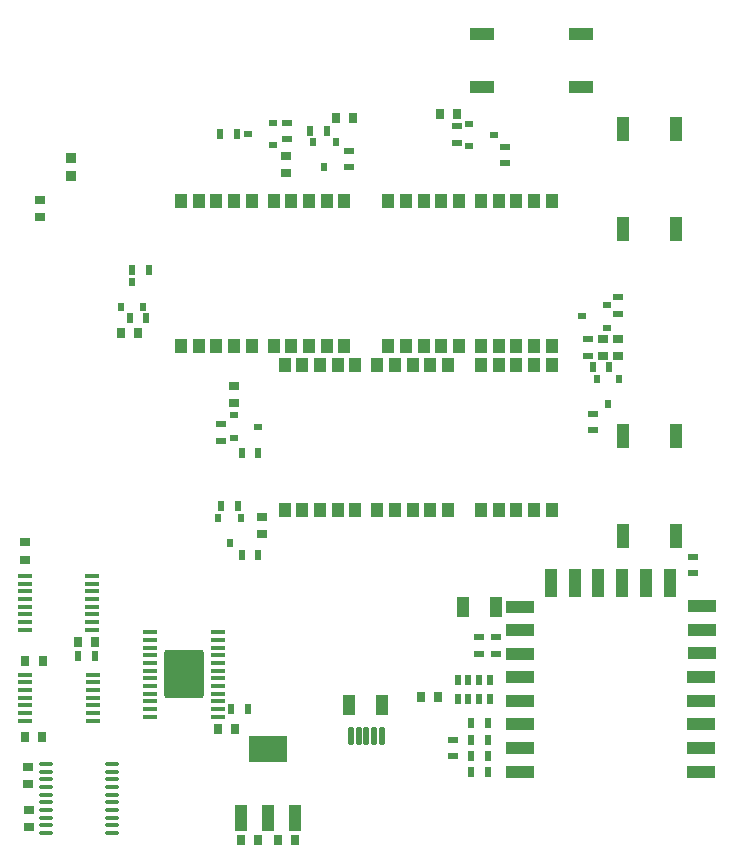
<source format=gbr>
%TF.GenerationSoftware,Altium Limited,Altium Designer,20.1.8 (145)*%
G04 Layer_Color=128*
%FSLAX44Y44*%
%MOMM*%
%TF.SameCoordinates,602AE14E-E67F-4A72-A58A-C630FF545DDC*%
%TF.FilePolarity,Positive*%
%TF.FileFunction,Paste,Bot*%
%TF.Part,Single*%
G01*
G75*
%TA.AperFunction,SMDPad,CuDef*%
G04:AMPARAMS|DCode=62|XSize=1.1mm|YSize=2.3mm|CornerRadius=0.0055mm|HoleSize=0mm|Usage=FLASHONLY|Rotation=270.000|XOffset=0mm|YOffset=0mm|HoleType=Round|Shape=RoundedRectangle|*
%AMROUNDEDRECTD62*
21,1,1.1000,2.2890,0,0,270.0*
21,1,1.0890,2.3000,0,0,270.0*
1,1,0.0110,-1.1445,-0.5445*
1,1,0.0110,-1.1445,0.5445*
1,1,0.0110,1.1445,0.5445*
1,1,0.0110,1.1445,-0.5445*
%
%ADD62ROUNDEDRECTD62*%
G04:AMPARAMS|DCode=63|XSize=1.1mm|YSize=2.3mm|CornerRadius=0.0055mm|HoleSize=0mm|Usage=FLASHONLY|Rotation=180.000|XOffset=0mm|YOffset=0mm|HoleType=Round|Shape=RoundedRectangle|*
%AMROUNDEDRECTD63*
21,1,1.1000,2.2890,0,0,180.0*
21,1,1.0890,2.3000,0,0,180.0*
1,1,0.0110,-0.5445,1.1445*
1,1,0.0110,0.5445,1.1445*
1,1,0.0110,0.5445,-1.1445*
1,1,0.0110,-0.5445,-1.1445*
%
%ADD63ROUNDEDRECTD63*%
G04:AMPARAMS|DCode=64|XSize=2.1mm|YSize=1mm|CornerRadius=0.05mm|HoleSize=0mm|Usage=FLASHONLY|Rotation=180.000|XOffset=0mm|YOffset=0mm|HoleType=Round|Shape=RoundedRectangle|*
%AMROUNDEDRECTD64*
21,1,2.1000,0.9000,0,0,180.0*
21,1,2.0000,1.0000,0,0,180.0*
1,1,0.1000,-1.0000,0.4500*
1,1,0.1000,1.0000,0.4500*
1,1,0.1000,1.0000,-0.4500*
1,1,0.1000,-1.0000,-0.4500*
%
%ADD64ROUNDEDRECTD64*%
G04:AMPARAMS|DCode=65|XSize=0.85mm|YSize=0.5mm|CornerRadius=0.0025mm|HoleSize=0mm|Usage=FLASHONLY|Rotation=0.000|XOffset=0mm|YOffset=0mm|HoleType=Round|Shape=RoundedRectangle|*
%AMROUNDEDRECTD65*
21,1,0.8500,0.4950,0,0,0.0*
21,1,0.8450,0.5000,0,0,0.0*
1,1,0.0050,0.4225,-0.2475*
1,1,0.0050,-0.4225,-0.2475*
1,1,0.0050,-0.4225,0.2475*
1,1,0.0050,0.4225,0.2475*
%
%ADD65ROUNDEDRECTD65*%
G04:AMPARAMS|DCode=66|XSize=0.5mm|YSize=0.8mm|CornerRadius=0.0025mm|HoleSize=0mm|Usage=FLASHONLY|Rotation=180.000|XOffset=0mm|YOffset=0mm|HoleType=Round|Shape=RoundedRectangle|*
%AMROUNDEDRECTD66*
21,1,0.5000,0.7950,0,0,180.0*
21,1,0.4950,0.8000,0,0,180.0*
1,1,0.0050,-0.2475,0.3975*
1,1,0.0050,0.2475,0.3975*
1,1,0.0050,0.2475,-0.3975*
1,1,0.0050,-0.2475,-0.3975*
%
%ADD66ROUNDEDRECTD66*%
G04:AMPARAMS|DCode=67|XSize=0.85mm|YSize=0.6mm|CornerRadius=0.003mm|HoleSize=0mm|Usage=FLASHONLY|Rotation=270.000|XOffset=0mm|YOffset=0mm|HoleType=Round|Shape=RoundedRectangle|*
%AMROUNDEDRECTD67*
21,1,0.8500,0.5940,0,0,270.0*
21,1,0.8440,0.6000,0,0,270.0*
1,1,0.0060,-0.2970,-0.4220*
1,1,0.0060,-0.2970,0.4220*
1,1,0.0060,0.2970,0.4220*
1,1,0.0060,0.2970,-0.4220*
%
%ADD67ROUNDEDRECTD67*%
G04:AMPARAMS|DCode=68|XSize=1mm|YSize=1.25mm|CornerRadius=0.005mm|HoleSize=0mm|Usage=FLASHONLY|Rotation=180.000|XOffset=0mm|YOffset=0mm|HoleType=Round|Shape=RoundedRectangle|*
%AMROUNDEDRECTD68*
21,1,1.0000,1.2400,0,0,180.0*
21,1,0.9900,1.2500,0,0,180.0*
1,1,0.0100,-0.4950,0.6200*
1,1,0.0100,0.4950,0.6200*
1,1,0.0100,0.4950,-0.6200*
1,1,0.0100,-0.4950,-0.6200*
%
%ADD68ROUNDEDRECTD68*%
G04:AMPARAMS|DCode=69|XSize=0.85mm|YSize=0.6mm|CornerRadius=0.003mm|HoleSize=0mm|Usage=FLASHONLY|Rotation=180.000|XOffset=0mm|YOffset=0mm|HoleType=Round|Shape=RoundedRectangle|*
%AMROUNDEDRECTD69*
21,1,0.8500,0.5940,0,0,180.0*
21,1,0.8440,0.6000,0,0,180.0*
1,1,0.0060,-0.4220,0.2970*
1,1,0.0060,0.4220,0.2970*
1,1,0.0060,0.4220,-0.2970*
1,1,0.0060,-0.4220,-0.2970*
%
%ADD69ROUNDEDRECTD69*%
G04:AMPARAMS|DCode=70|XSize=2.1mm|YSize=1mm|CornerRadius=0.05mm|HoleSize=0mm|Usage=FLASHONLY|Rotation=270.000|XOffset=0mm|YOffset=0mm|HoleType=Round|Shape=RoundedRectangle|*
%AMROUNDEDRECTD70*
21,1,2.1000,0.9000,0,0,270.0*
21,1,2.0000,1.0000,0,0,270.0*
1,1,0.1000,-0.4500,-1.0000*
1,1,0.1000,-0.4500,1.0000*
1,1,0.1000,0.4500,1.0000*
1,1,0.1000,0.4500,-1.0000*
%
%ADD70ROUNDEDRECTD70*%
G04:AMPARAMS|DCode=71|XSize=0.85mm|YSize=0.5mm|CornerRadius=0.0025mm|HoleSize=0mm|Usage=FLASHONLY|Rotation=270.000|XOffset=0mm|YOffset=0mm|HoleType=Round|Shape=RoundedRectangle|*
%AMROUNDEDRECTD71*
21,1,0.8500,0.4950,0,0,270.0*
21,1,0.8450,0.5000,0,0,270.0*
1,1,0.0050,-0.2475,-0.4225*
1,1,0.0050,-0.2475,0.4225*
1,1,0.0050,0.2475,0.4225*
1,1,0.0050,0.2475,-0.4225*
%
%ADD71ROUNDEDRECTD71*%
G04:AMPARAMS|DCode=72|XSize=0.8mm|YSize=0.8mm|CornerRadius=0.004mm|HoleSize=0mm|Usage=FLASHONLY|Rotation=270.000|XOffset=0mm|YOffset=0mm|HoleType=Round|Shape=RoundedRectangle|*
%AMROUNDEDRECTD72*
21,1,0.8000,0.7920,0,0,270.0*
21,1,0.7920,0.8000,0,0,270.0*
1,1,0.0080,-0.3960,-0.3960*
1,1,0.0080,-0.3960,0.3960*
1,1,0.0080,0.3960,0.3960*
1,1,0.0080,0.3960,-0.3960*
%
%ADD72ROUNDEDRECTD72*%
G04:AMPARAMS|DCode=73|XSize=1.65mm|YSize=0.95mm|CornerRadius=0.0048mm|HoleSize=0mm|Usage=FLASHONLY|Rotation=270.000|XOffset=0mm|YOffset=0mm|HoleType=Round|Shape=RoundedRectangle|*
%AMROUNDEDRECTD73*
21,1,1.6500,0.9405,0,0,270.0*
21,1,1.6405,0.9500,0,0,270.0*
1,1,0.0095,-0.4703,-0.8203*
1,1,0.0095,-0.4703,0.8203*
1,1,0.0095,0.4703,0.8203*
1,1,0.0095,0.4703,-0.8203*
%
%ADD73ROUNDEDRECTD73*%
G04:AMPARAMS|DCode=77|XSize=0.55mm|YSize=0.7mm|CornerRadius=0.0028mm|HoleSize=0mm|Usage=FLASHONLY|Rotation=0.000|XOffset=0mm|YOffset=0mm|HoleType=Round|Shape=RoundedRectangle|*
%AMROUNDEDRECTD77*
21,1,0.5500,0.6945,0,0,0.0*
21,1,0.5445,0.7000,0,0,0.0*
1,1,0.0055,0.2723,-0.3473*
1,1,0.0055,-0.2723,-0.3473*
1,1,0.0055,-0.2723,0.3473*
1,1,0.0055,0.2723,0.3473*
%
%ADD77ROUNDEDRECTD77*%
%ADD78O,1.2000X0.4000*%
G04:AMPARAMS|DCode=79|XSize=3.355mm|YSize=4.12mm|CornerRadius=0.2852mm|HoleSize=0mm|Usage=FLASHONLY|Rotation=0.000|XOffset=0mm|YOffset=0mm|HoleType=Round|Shape=RoundedRectangle|*
%AMROUNDEDRECTD79*
21,1,3.3550,3.5497,0,0,0.0*
21,1,2.7847,4.1200,0,0,0.0*
1,1,0.5704,1.3923,-1.7748*
1,1,0.5704,-1.3923,-1.7748*
1,1,0.5704,-1.3923,1.7748*
1,1,0.5704,1.3923,1.7748*
%
%ADD79ROUNDEDRECTD79*%
%ADD80O,1.1500X0.4000*%
G04:AMPARAMS|DCode=81|XSize=1mm|YSize=2.15mm|CornerRadius=0.005mm|HoleSize=0mm|Usage=FLASHONLY|Rotation=0.000|XOffset=0mm|YOffset=0mm|HoleType=Round|Shape=RoundedRectangle|*
%AMROUNDEDRECTD81*
21,1,1.0000,2.1400,0,0,0.0*
21,1,0.9900,2.1500,0,0,0.0*
1,1,0.0100,0.4950,-1.0700*
1,1,0.0100,-0.4950,-1.0700*
1,1,0.0100,-0.4950,1.0700*
1,1,0.0100,0.4950,1.0700*
%
%ADD81ROUNDEDRECTD81*%
G04:AMPARAMS|DCode=82|XSize=3.25mm|YSize=2.15mm|CornerRadius=0.0108mm|HoleSize=0mm|Usage=FLASHONLY|Rotation=0.000|XOffset=0mm|YOffset=0mm|HoleType=Round|Shape=RoundedRectangle|*
%AMROUNDEDRECTD82*
21,1,3.2500,2.1285,0,0,0.0*
21,1,3.2285,2.1500,0,0,0.0*
1,1,0.0215,1.6143,-1.0642*
1,1,0.0215,-1.6143,-1.0642*
1,1,0.0215,-1.6143,1.0642*
1,1,0.0215,1.6143,1.0642*
%
%ADD82ROUNDEDRECTD82*%
G04:AMPARAMS|DCode=83|XSize=0.55mm|YSize=0.7mm|CornerRadius=0.0028mm|HoleSize=0mm|Usage=FLASHONLY|Rotation=270.000|XOffset=0mm|YOffset=0mm|HoleType=Round|Shape=RoundedRectangle|*
%AMROUNDEDRECTD83*
21,1,0.5500,0.6945,0,0,270.0*
21,1,0.5445,0.7000,0,0,270.0*
1,1,0.0055,-0.3473,-0.2723*
1,1,0.0055,-0.3473,0.2723*
1,1,0.0055,0.3473,0.2723*
1,1,0.0055,0.3473,-0.2723*
%
%ADD83ROUNDEDRECTD83*%
G04:AMPARAMS|DCode=84|XSize=0.45mm|YSize=1.5mm|CornerRadius=0.1125mm|HoleSize=0mm|Usage=FLASHONLY|Rotation=180.000|XOffset=0mm|YOffset=0mm|HoleType=Round|Shape=RoundedRectangle|*
%AMROUNDEDRECTD84*
21,1,0.4500,1.2750,0,0,180.0*
21,1,0.2250,1.5000,0,0,180.0*
1,1,0.2250,-0.1125,0.6375*
1,1,0.2250,0.1125,0.6375*
1,1,0.2250,0.1125,-0.6375*
1,1,0.2250,-0.1125,-0.6375*
%
%ADD84ROUNDEDRECTD84*%
D62*
X129794Y-361730D02*
D03*
Y-242096D02*
D03*
X284004Y-221776D02*
D03*
X129794Y-341918D02*
D03*
Y-321852D02*
D03*
Y-302040D02*
D03*
Y-281720D02*
D03*
Y-261908D02*
D03*
Y-222030D02*
D03*
X284004Y-241842D02*
D03*
Y-261654D02*
D03*
X283750Y-281720D02*
D03*
Y-301786D02*
D03*
Y-321598D02*
D03*
Y-341918D02*
D03*
Y-361730D02*
D03*
D63*
X156734Y-202202D02*
D03*
X176546D02*
D03*
X196358D02*
D03*
X216678D02*
D03*
X236490D02*
D03*
X256810D02*
D03*
D64*
X181994Y262458D02*
D03*
X97994D02*
D03*
X181994Y217458D02*
D03*
X97994D02*
D03*
D65*
X73152Y-334630D02*
D03*
Y-348630D02*
D03*
X95373Y-261908D02*
D03*
Y-247908D02*
D03*
X109620Y-261908D02*
D03*
Y-247908D02*
D03*
X-14224Y163837D02*
D03*
Y149837D02*
D03*
X117287Y167386D02*
D03*
Y153386D02*
D03*
X192358Y-58849D02*
D03*
Y-72849D02*
D03*
X187706Y-9682D02*
D03*
Y4318D02*
D03*
X276860Y-194000D02*
D03*
Y-180000D02*
D03*
X76854Y184415D02*
D03*
Y170415D02*
D03*
X-67462Y173673D02*
D03*
Y187673D02*
D03*
X213106Y26020D02*
D03*
Y40020D02*
D03*
X-122741Y-67889D02*
D03*
Y-81889D02*
D03*
D66*
X77373Y-300007D02*
D03*
X104373D02*
D03*
X95373D02*
D03*
X86373D02*
D03*
X77373Y-284007D02*
D03*
X104373D02*
D03*
X95373D02*
D03*
X86373D02*
D03*
D67*
X61065Y-298583D02*
D03*
X46564D02*
D03*
X62716Y195326D02*
D03*
X77216D02*
D03*
X-11461Y191262D02*
D03*
X-25961D02*
D03*
X-193137Y9652D02*
D03*
X-207637D02*
D03*
X-59971Y-419914D02*
D03*
X-74471D02*
D03*
X-111381Y-325492D02*
D03*
X-125881D02*
D03*
X-91471Y-419914D02*
D03*
X-105971D02*
D03*
X-274570Y-332578D02*
D03*
X-289070D02*
D03*
X-274062Y-267762D02*
D03*
X-288562D02*
D03*
X-244250Y-251752D02*
D03*
X-229750D02*
D03*
D68*
X-97000Y121320D02*
D03*
X-157000D02*
D03*
X-127000D02*
D03*
X-142000D02*
D03*
X-112000D02*
D03*
X-97000Y-1320D02*
D03*
X-157000D02*
D03*
X-142000D02*
D03*
X-127000D02*
D03*
X-112000D02*
D03*
X-33500D02*
D03*
X-48500D02*
D03*
X-63500D02*
D03*
X-78500D02*
D03*
X-18500D02*
D03*
X-33500Y121320D02*
D03*
X-63500D02*
D03*
X-48500D02*
D03*
X-78500D02*
D03*
X-18500D02*
D03*
X142000Y-1320D02*
D03*
X127000D02*
D03*
X112000D02*
D03*
X97000D02*
D03*
X157000D02*
D03*
X142000Y121320D02*
D03*
X112000D02*
D03*
X127000D02*
D03*
X97000D02*
D03*
X157000D02*
D03*
X63500Y-1320D02*
D03*
X48500D02*
D03*
X33500D02*
D03*
X18500D02*
D03*
X78500D02*
D03*
X63500Y121320D02*
D03*
X33500D02*
D03*
X48500D02*
D03*
X18500D02*
D03*
X78500D02*
D03*
X142000Y-140320D02*
D03*
X127000D02*
D03*
X112000D02*
D03*
X97000D02*
D03*
X157000D02*
D03*
X142000Y-17680D02*
D03*
X112000D02*
D03*
X127000D02*
D03*
X97000D02*
D03*
X157000D02*
D03*
X54250Y-140320D02*
D03*
X39250D02*
D03*
X24250D02*
D03*
X9250D02*
D03*
X69250D02*
D03*
X54250Y-17680D02*
D03*
X24250D02*
D03*
X39250D02*
D03*
X9250D02*
D03*
X69250D02*
D03*
X-9250D02*
D03*
X-69250D02*
D03*
X-39250D02*
D03*
X-54250D02*
D03*
X-24250D02*
D03*
X-9250Y-140320D02*
D03*
X-69250D02*
D03*
X-54250D02*
D03*
X-39250D02*
D03*
X-24250D02*
D03*
D69*
X-112380Y-35030D02*
D03*
Y-49530D02*
D03*
X-88392Y-160994D02*
D03*
Y-146494D02*
D03*
X213393Y4568D02*
D03*
Y-9932D02*
D03*
X200168D02*
D03*
Y4568D02*
D03*
X-68326Y145214D02*
D03*
Y159713D02*
D03*
X-275991Y107623D02*
D03*
Y122123D02*
D03*
X-289324Y-167746D02*
D03*
Y-182246D02*
D03*
X-285750Y-408731D02*
D03*
Y-394231D02*
D03*
X-286243Y-358095D02*
D03*
Y-372595D02*
D03*
D70*
X262548Y-162034D02*
D03*
Y-78034D02*
D03*
X217548Y-162034D02*
D03*
Y-78034D02*
D03*
Y181990D02*
D03*
Y97990D02*
D03*
X262548Y181990D02*
D03*
Y97990D02*
D03*
D71*
X88900Y-320281D02*
D03*
X102900D02*
D03*
X88900Y-334730D02*
D03*
X102900D02*
D03*
X-91410Y-178218D02*
D03*
X-105410D02*
D03*
X-105380Y-92202D02*
D03*
X-91380D02*
D03*
X-198137Y62992D02*
D03*
X-184137D02*
D03*
X-109474Y178173D02*
D03*
X-123474D02*
D03*
X102900Y-348230D02*
D03*
X88900D02*
D03*
X-108776Y-137216D02*
D03*
X-122776D02*
D03*
X-200322Y21896D02*
D03*
X-186322D02*
D03*
X-100377Y-308809D02*
D03*
X-114377D02*
D03*
X102900Y-361730D02*
D03*
X88900D02*
D03*
X205624Y-19464D02*
D03*
X191624D02*
D03*
X-33358Y180927D02*
D03*
X-47358D02*
D03*
X-229750Y-264303D02*
D03*
X-243750D02*
D03*
D72*
X-250002Y142500D02*
D03*
Y157500D02*
D03*
D73*
X81620Y-222030D02*
D03*
X109620D02*
D03*
X-15000Y-305000D02*
D03*
X13000D02*
D03*
D77*
X-188636Y31554D02*
D03*
X-207637D02*
D03*
X-198137Y52554D02*
D03*
X204592Y-50153D02*
D03*
X214092Y-29153D02*
D03*
X195092D02*
D03*
X-115736Y-168211D02*
D03*
X-106236Y-147211D02*
D03*
X-125236D02*
D03*
X-35461Y149837D02*
D03*
X-25961Y170837D02*
D03*
X-44961D02*
D03*
D78*
X-232324Y-196130D02*
D03*
Y-202630D02*
D03*
Y-209130D02*
D03*
Y-215630D02*
D03*
Y-222130D02*
D03*
Y-228630D02*
D03*
Y-235130D02*
D03*
Y-241630D02*
D03*
X-289324Y-196130D02*
D03*
Y-202630D02*
D03*
Y-209130D02*
D03*
Y-215630D02*
D03*
Y-222130D02*
D03*
Y-228630D02*
D03*
Y-235130D02*
D03*
Y-241630D02*
D03*
X-182881Y-315309D02*
D03*
Y-308809D02*
D03*
Y-302309D02*
D03*
Y-295809D02*
D03*
Y-289309D02*
D03*
Y-282809D02*
D03*
Y-276309D02*
D03*
Y-269809D02*
D03*
Y-263309D02*
D03*
Y-256809D02*
D03*
Y-250309D02*
D03*
Y-243809D02*
D03*
X-125881Y-315309D02*
D03*
Y-308809D02*
D03*
Y-302309D02*
D03*
Y-295809D02*
D03*
Y-289309D02*
D03*
Y-282809D02*
D03*
Y-276309D02*
D03*
Y-269809D02*
D03*
Y-263309D02*
D03*
Y-256809D02*
D03*
Y-250309D02*
D03*
Y-243809D02*
D03*
X-288562Y-318769D02*
D03*
Y-312269D02*
D03*
Y-305769D02*
D03*
Y-299269D02*
D03*
Y-292769D02*
D03*
Y-286269D02*
D03*
Y-279769D02*
D03*
X-231562Y-318769D02*
D03*
Y-312269D02*
D03*
Y-305769D02*
D03*
Y-299269D02*
D03*
Y-292769D02*
D03*
Y-286269D02*
D03*
Y-279769D02*
D03*
D79*
X-154381Y-279559D02*
D03*
D80*
X-215274Y-355231D02*
D03*
Y-361731D02*
D03*
Y-368231D02*
D03*
Y-374731D02*
D03*
Y-381231D02*
D03*
Y-387731D02*
D03*
Y-394231D02*
D03*
Y-400731D02*
D03*
Y-407231D02*
D03*
Y-413731D02*
D03*
X-271274Y-355231D02*
D03*
Y-361731D02*
D03*
Y-368231D02*
D03*
Y-374731D02*
D03*
Y-381231D02*
D03*
Y-387731D02*
D03*
Y-394231D02*
D03*
Y-400731D02*
D03*
Y-407231D02*
D03*
Y-413731D02*
D03*
D81*
X-59971Y-400937D02*
D03*
X-82971D02*
D03*
X-105971D02*
D03*
D82*
X-82971Y-342437D02*
D03*
D83*
X107972Y177201D02*
D03*
X86972Y186701D02*
D03*
Y167701D02*
D03*
X-99760Y178173D02*
D03*
X-78760Y168673D02*
D03*
Y187673D02*
D03*
X182609Y23682D02*
D03*
X203609Y14182D02*
D03*
Y33182D02*
D03*
X-91380Y-69630D02*
D03*
X-112380Y-60130D02*
D03*
Y-79130D02*
D03*
D84*
X0Y-331750D02*
D03*
X-13000D02*
D03*
X-6500D02*
D03*
X13000D02*
D03*
X6500D02*
D03*
%TF.MD5,a40b5fc637e6ad00768bb16179f974c1*%
M02*

</source>
